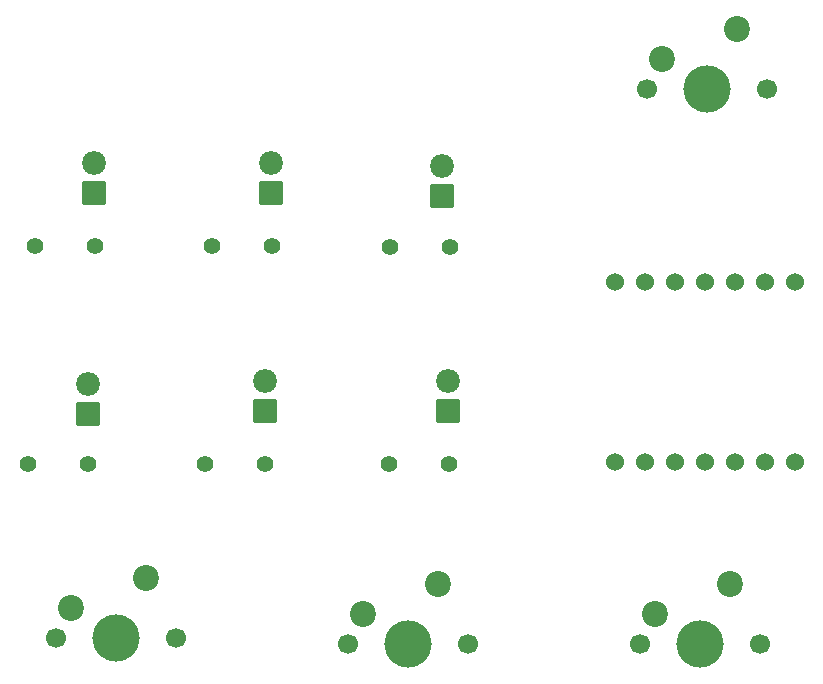
<source format=gbr>
%TF.GenerationSoftware,KiCad,Pcbnew,9.0.2*%
%TF.CreationDate,2025-07-04T23:43:28-04:00*%
%TF.ProjectId,pathfinder,70617468-6669-46e6-9465-722e6b696361,rev?*%
%TF.SameCoordinates,Original*%
%TF.FileFunction,Soldermask,Bot*%
%TF.FilePolarity,Negative*%
%FSLAX46Y46*%
G04 Gerber Fmt 4.6, Leading zero omitted, Abs format (unit mm)*
G04 Created by KiCad (PCBNEW 9.0.2) date 2025-07-04 23:43:28*
%MOMM*%
%LPD*%
G01*
G04 APERTURE LIST*
G04 Aperture macros list*
%AMRoundRect*
0 Rectangle with rounded corners*
0 $1 Rounding radius*
0 $2 $3 $4 $5 $6 $7 $8 $9 X,Y pos of 4 corners*
0 Add a 4 corners polygon primitive as box body*
4,1,4,$2,$3,$4,$5,$6,$7,$8,$9,$2,$3,0*
0 Add four circle primitives for the rounded corners*
1,1,$1+$1,$2,$3*
1,1,$1+$1,$4,$5*
1,1,$1+$1,$6,$7*
1,1,$1+$1,$8,$9*
0 Add four rect primitives between the rounded corners*
20,1,$1+$1,$2,$3,$4,$5,0*
20,1,$1+$1,$4,$5,$6,$7,0*
20,1,$1+$1,$6,$7,$8,$9,0*
20,1,$1+$1,$8,$9,$2,$3,0*%
G04 Aperture macros list end*
%ADD10C,1.524000*%
%ADD11C,2.200000*%
%ADD12C,1.700000*%
%ADD13C,4.000000*%
%ADD14C,1.400000*%
%ADD15C,2.019000*%
%ADD16RoundRect,0.102000X0.907500X-0.907500X0.907500X0.907500X-0.907500X0.907500X-0.907500X-0.907500X0*%
G04 APERTURE END LIST*
D10*
%TO.C,U1*%
X127851500Y-84120000D03*
X125311500Y-84120000D03*
X122771500Y-84120000D03*
X120231500Y-84120000D03*
X117691500Y-84120000D03*
X115151500Y-84120000D03*
X112611500Y-84120000D03*
X112611500Y-68880000D03*
X115151500Y-68880000D03*
X117691500Y-68880000D03*
X120231500Y-68880000D03*
X122771500Y-68880000D03*
X125311500Y-68880000D03*
X127851500Y-68880000D03*
%TD*%
D11*
%TO.C,SW4*%
X116610000Y-49960000D03*
X122960000Y-47420000D03*
D12*
X125500000Y-52500000D03*
D13*
X120420000Y-52500000D03*
D12*
X115340000Y-52500000D03*
%TD*%
D14*
%TO.C,R4*%
X68576979Y-65770000D03*
X63496979Y-65770000D03*
%TD*%
D15*
%TO.C,D2*%
X83000000Y-77190000D03*
D16*
X83000000Y-79730000D03*
%TD*%
D14*
%TO.C,R5*%
X83602638Y-65810000D03*
X78522638Y-65810000D03*
%TD*%
D15*
%TO.C,D3*%
X98500000Y-77190000D03*
D16*
X98500000Y-79730000D03*
%TD*%
D15*
%TO.C,D4*%
X68500000Y-58730000D03*
D16*
X68500000Y-61270000D03*
%TD*%
D12*
%TO.C,SW2*%
X90033333Y-99500000D03*
D13*
X95113333Y-99500000D03*
D12*
X100193333Y-99500000D03*
D11*
X97653333Y-94420000D03*
X91303333Y-96960000D03*
%TD*%
D14*
%TO.C,R1*%
X68000000Y-84230000D03*
X62920000Y-84230000D03*
%TD*%
%TO.C,R2*%
X83025660Y-84230000D03*
X77945660Y-84230000D03*
%TD*%
D15*
%TO.C,D1*%
X68000000Y-77460000D03*
D16*
X68000000Y-80000000D03*
%TD*%
D12*
%TO.C,SW1*%
X65340000Y-99000000D03*
D13*
X70420000Y-99000000D03*
D12*
X75500000Y-99000000D03*
D11*
X72960000Y-93920000D03*
X66610000Y-96460000D03*
%TD*%
D15*
%TO.C,D5*%
X83500000Y-58730000D03*
D16*
X83500000Y-61270000D03*
%TD*%
D14*
%TO.C,R6*%
X98628298Y-65850000D03*
X93548298Y-65850000D03*
%TD*%
%TO.C,R3*%
X98540000Y-84230000D03*
X93460000Y-84230000D03*
%TD*%
D15*
%TO.C,D6*%
X98000000Y-59000000D03*
D16*
X98000000Y-61540000D03*
%TD*%
D12*
%TO.C,SW3*%
X114726667Y-99500000D03*
D13*
X119806667Y-99500000D03*
D12*
X124886667Y-99500000D03*
D11*
X122346667Y-94420000D03*
X115996667Y-96960000D03*
%TD*%
M02*

</source>
